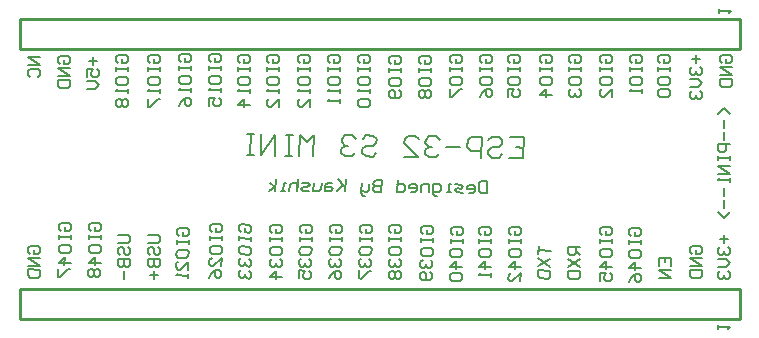
<source format=gbo>
G04*
G04 #@! TF.GenerationSoftware,Altium Limited,Altium Designer,25.2.1 (25)*
G04*
G04 Layer_Color=32896*
%FSLAX25Y25*%
%MOIN*%
G70*
G04*
G04 #@! TF.SameCoordinates,CFDFC737-2A4F-4172-B32B-428E1D980CDD*
G04*
G04*
G04 #@! TF.FilePolarity,Positive*
G04*
G01*
G75*
%ADD11C,0.00600*%
%ADD80C,0.01000*%
D11*
X193312Y60651D02*
X197977Y60603D01*
X197906Y53606D01*
X193241Y53653D01*
X197942Y57105D02*
X195609Y57128D01*
X186303Y59556D02*
X187481Y60710D01*
X189813Y60686D01*
X190968Y59508D01*
X190956Y58342D01*
X189778Y57188D01*
X187446Y57211D01*
X186267Y56057D01*
X186256Y54891D01*
X187410Y53713D01*
X189743Y53689D01*
X190921Y54843D01*
X183911Y53748D02*
X183982Y60746D01*
X180484Y60781D01*
X179306Y59627D01*
X179282Y57294D01*
X180436Y56116D01*
X183935Y56081D01*
X176950Y57318D02*
X172285Y57365D01*
X169976Y59721D02*
X168821Y60899D01*
X166489Y60923D01*
X165311Y59769D01*
X165299Y58602D01*
X166453Y57424D01*
X167620Y57412D01*
X166453Y57424D01*
X165275Y56270D01*
X165263Y55104D01*
X166418Y53926D01*
X168750Y53902D01*
X169928Y55056D01*
X158254Y54009D02*
X162919Y53961D01*
X158302Y58673D01*
X158314Y59840D01*
X159492Y60994D01*
X161824Y60970D01*
X162978Y59792D01*
X144319Y59982D02*
X145497Y61136D01*
X147829Y61112D01*
X148984Y59934D01*
X148972Y58768D01*
X147794Y57614D01*
X145461Y57637D01*
X144283Y56483D01*
X144271Y55317D01*
X145426Y54139D01*
X147758Y54115D01*
X148936Y55269D01*
X141986Y60005D02*
X140832Y61184D01*
X138499Y61207D01*
X137321Y60053D01*
X137310Y58886D01*
X138464Y57708D01*
X139630Y57697D01*
X138464Y57708D01*
X137286Y56554D01*
X137274Y55388D01*
X138428Y54210D01*
X140761Y54186D01*
X141939Y55340D01*
X127932Y54316D02*
X128003Y61314D01*
X125647Y59005D01*
X123338Y61361D01*
X123267Y54364D01*
X121006Y61385D02*
X118674Y61408D01*
X119840Y61396D01*
X119769Y54399D01*
X120935Y54387D01*
X118603Y54411D01*
X115104Y54447D02*
X115175Y61444D01*
X110439Y54494D01*
X110510Y61491D01*
X108177Y61515D02*
X105845Y61539D01*
X107011Y61527D01*
X106940Y54529D01*
X108106Y54518D01*
X105774Y54541D01*
X266857Y68416D02*
X264858Y70415D01*
X262859Y68416D01*
X264858Y66416D02*
Y63751D01*
Y62418D02*
Y59752D01*
X266857Y58419D02*
X262859D01*
Y56420D01*
X263525Y55753D01*
X264858D01*
X265525Y56420D01*
Y58419D01*
X262859Y54420D02*
Y53087D01*
Y53754D01*
X266857D01*
Y54420D01*
Y53087D01*
Y51088D02*
X262859D01*
X266857Y48422D01*
X262859D01*
X266857Y47089D02*
Y45756D01*
Y46423D01*
X262859D01*
X263525Y47089D01*
X264858Y43757D02*
Y41091D01*
Y39758D02*
Y37093D01*
X266857Y35760D02*
X264858Y33760D01*
X262859Y35760D01*
X185971Y46027D02*
X185931Y42028D01*
X183931Y42049D01*
X183272Y42722D01*
X183299Y45388D01*
X183972Y46047D01*
X185971Y46027D01*
X179933Y42089D02*
X181266Y42076D01*
X181939Y42735D01*
X181953Y44068D01*
X181293Y44741D01*
X179960Y44755D01*
X179287Y44095D01*
X179280Y43429D01*
X181946Y43402D01*
X177934Y42110D02*
X175934Y42130D01*
X175275Y42803D01*
X175948Y43463D01*
X177281Y43449D01*
X177954Y44109D01*
X177294Y44782D01*
X175295Y44802D01*
X173935Y42150D02*
X172602Y42164D01*
X173269Y42157D01*
X173296Y44823D01*
X173962Y44816D01*
X169257Y40865D02*
X168590Y40872D01*
X167931Y41545D01*
X167964Y44877D01*
X169964Y44857D01*
X170623Y44183D01*
X170610Y42851D01*
X169937Y42191D01*
X167937Y42211D01*
X166605Y42225D02*
X166632Y44890D01*
X164632Y44911D01*
X163959Y44251D01*
X163939Y42252D01*
X160607Y42285D02*
X161940Y42272D01*
X162613Y42932D01*
X162626Y44265D01*
X161967Y44938D01*
X160634Y44951D01*
X159961Y44291D01*
X159954Y43625D01*
X162620Y43598D01*
X155982Y46331D02*
X155942Y42333D01*
X157941Y42313D01*
X158614Y42972D01*
X158628Y44305D01*
X157968Y44978D01*
X155969Y44998D01*
X150651Y46385D02*
X150611Y42387D01*
X148611Y42407D01*
X147952Y43080D01*
X147958Y43747D01*
X148632Y44407D01*
X150631Y44386D01*
X148632Y44407D01*
X147972Y45080D01*
X147979Y45746D01*
X148652Y46406D01*
X150651Y46385D01*
X146639Y45093D02*
X146619Y43094D01*
X145946Y42434D01*
X143946Y42455D01*
X143940Y41788D01*
X144599Y41115D01*
X145266Y41108D01*
X143946Y42455D02*
X143974Y45120D01*
X138656Y46507D02*
X138615Y42509D01*
X138629Y43842D01*
X135990Y46534D01*
X137969Y44515D01*
X135949Y42536D01*
X133977Y45222D02*
X132644Y45235D01*
X131971Y44576D01*
X131951Y42576D01*
X133950Y42556D01*
X134623Y43216D01*
X133964Y43889D01*
X131964Y43909D01*
X130645Y45256D02*
X130625Y43256D01*
X129952Y42597D01*
X127952Y42617D01*
X127979Y45283D01*
X126620Y42630D02*
X124620Y42651D01*
X123961Y43324D01*
X124634Y43984D01*
X125967Y43970D01*
X126640Y44630D01*
X125980Y45303D01*
X123981Y45323D01*
X122662Y46670D02*
X122621Y42671D01*
X122641Y44670D01*
X121982Y45344D01*
X120649Y45357D01*
X119976Y44697D01*
X119955Y42698D01*
X118623Y42712D02*
X117290Y42725D01*
X117956Y42718D01*
X117983Y45384D01*
X118650Y45377D01*
X115290Y42746D02*
X115331Y46744D01*
X115304Y44078D02*
X113318Y45431D01*
X115304Y44078D02*
X113291Y42766D01*
X243271Y17737D02*
X243298Y20403D01*
X247296Y20362D01*
X247269Y17697D01*
X245297Y20383D02*
X245283Y19050D01*
X247256Y16364D02*
X243257Y16405D01*
X247229Y13698D01*
X243230Y13739D01*
X134035Y28774D02*
X133375Y29447D01*
X133389Y30780D01*
X134062Y31440D01*
X136727Y31413D01*
X137387Y30740D01*
X137374Y29407D01*
X136700Y28747D01*
X135368Y28761D01*
X135381Y30094D01*
X133355Y27448D02*
X133341Y26115D01*
X133348Y26782D01*
X137347Y26741D01*
X137353Y27408D01*
X137340Y26075D01*
X133301Y22117D02*
X133314Y23450D01*
X133987Y24109D01*
X136653Y24082D01*
X137313Y23409D01*
X137299Y22076D01*
X136626Y21417D01*
X133960Y21444D01*
X133301Y22117D01*
X133947Y20111D02*
X133274Y19451D01*
X133260Y18118D01*
X133920Y17445D01*
X134586Y17438D01*
X135259Y18098D01*
X135266Y18765D01*
X135259Y18098D01*
X135919Y17425D01*
X136585Y17418D01*
X137259Y18078D01*
X137272Y19411D01*
X136612Y20084D01*
X133213Y13453D02*
X133893Y14780D01*
X135239Y16099D01*
X136572Y16085D01*
X137232Y15412D01*
X137218Y14079D01*
X136545Y13420D01*
X135879Y13426D01*
X135219Y14100D01*
X135239Y16099D01*
X72895Y27947D02*
X76227Y27913D01*
X76887Y27240D01*
X76874Y25907D01*
X76200Y25247D01*
X72868Y25281D01*
X73494Y21276D02*
X72835Y21949D01*
X72848Y23282D01*
X73521Y23941D01*
X74188Y23935D01*
X74847Y23261D01*
X74834Y21929D01*
X75494Y21256D01*
X76160Y21249D01*
X76833Y21908D01*
X76847Y23241D01*
X76187Y23914D01*
X72814Y19950D02*
X76813Y19909D01*
X76793Y17910D01*
X76119Y17250D01*
X75453Y17257D01*
X74793Y17930D01*
X74813Y19929D01*
X74793Y17930D01*
X74120Y17270D01*
X73454Y17277D01*
X72794Y17951D01*
X72814Y19950D01*
X74773Y15931D02*
X74746Y13265D01*
X73427Y14612D02*
X76092Y14584D01*
X83035Y27774D02*
X82375Y28447D01*
X82389Y29780D01*
X83062Y30440D01*
X85728Y30413D01*
X86387Y29740D01*
X86374Y28407D01*
X85701Y27747D01*
X84368Y27761D01*
X84381Y29094D01*
X82355Y26448D02*
X82341Y25115D01*
X82348Y25782D01*
X86347Y25741D01*
X86353Y26408D01*
X86340Y25075D01*
X82301Y21117D02*
X82314Y22450D01*
X82987Y23109D01*
X85653Y23082D01*
X86313Y22409D01*
X86299Y21076D01*
X85626Y20417D01*
X82960Y20444D01*
X82301Y21117D01*
X86252Y16411D02*
X86279Y19077D01*
X83586Y16438D01*
X82920Y16445D01*
X82260Y17118D01*
X82274Y18451D01*
X82947Y19111D01*
X86238Y15078D02*
X86225Y13746D01*
X86232Y14412D01*
X82233Y14453D01*
X82906Y15112D01*
X94064Y28843D02*
X93404Y29516D01*
X93418Y30849D01*
X94091Y31508D01*
X96757Y31481D01*
X97416Y30808D01*
X97403Y29475D01*
X96729Y28816D01*
X95397Y28829D01*
X95410Y30162D01*
X93384Y27517D02*
X93370Y26184D01*
X93377Y26850D01*
X97376Y26810D01*
X97382Y27476D01*
X97369Y26143D01*
X93330Y22185D02*
X93343Y23518D01*
X94016Y24178D01*
X96682Y24151D01*
X97342Y23478D01*
X97328Y22145D01*
X96655Y21485D01*
X93989Y21512D01*
X93330Y22185D01*
X97281Y17480D02*
X97308Y20145D01*
X94615Y17507D01*
X93949Y17514D01*
X93289Y18187D01*
X93303Y19520D01*
X93976Y20179D01*
X93242Y13522D02*
X93922Y14848D01*
X95268Y16167D01*
X96601Y16154D01*
X97261Y15481D01*
X97247Y14148D01*
X96574Y13488D01*
X95907Y13495D01*
X95248Y14168D01*
X95268Y16167D01*
X103859Y28804D02*
X103200Y29477D01*
X103213Y30810D01*
X103886Y31470D01*
X106552Y31442D01*
X107212Y30769D01*
X107198Y29436D01*
X106525Y28777D01*
X105192Y28790D01*
X105206Y30123D01*
X103179Y27478D02*
X103166Y26145D01*
X103173Y26811D01*
X107171Y26771D01*
X107178Y27437D01*
X107164Y26104D01*
X103125Y22147D02*
X103139Y23479D01*
X103812Y24139D01*
X106478Y24112D01*
X107137Y23439D01*
X107124Y22106D01*
X106451Y21446D01*
X103785Y21473D01*
X103125Y22147D01*
X103771Y20140D02*
X103098Y19481D01*
X103085Y18148D01*
X103744Y17475D01*
X104411Y17468D01*
X105084Y18128D01*
X105091Y18794D01*
X105084Y18128D01*
X105744Y17455D01*
X106410Y17448D01*
X107083Y18107D01*
X107097Y19440D01*
X106437Y20113D01*
X103731Y16142D02*
X103058Y15482D01*
X103044Y14150D01*
X103704Y13476D01*
X104370Y13469D01*
X105043Y14129D01*
X105050Y14796D01*
X105043Y14129D01*
X105703Y13456D01*
X106369Y13449D01*
X107043Y14109D01*
X107056Y15442D01*
X106396Y16115D01*
X62895Y27947D02*
X66228Y27913D01*
X66887Y27240D01*
X66874Y25907D01*
X66201Y25247D01*
X62868Y25281D01*
X63494Y21276D02*
X62835Y21949D01*
X62848Y23282D01*
X63521Y23941D01*
X64188Y23935D01*
X64847Y23261D01*
X64834Y21929D01*
X65494Y21256D01*
X66160Y21249D01*
X66833Y21908D01*
X66847Y23241D01*
X66187Y23914D01*
X62814Y19950D02*
X66813Y19909D01*
X66793Y17910D01*
X66119Y17250D01*
X65453Y17257D01*
X64793Y17930D01*
X64814Y19929D01*
X64793Y17930D01*
X64120Y17270D01*
X63454Y17277D01*
X62794Y17951D01*
X62814Y19950D01*
X64773Y15931D02*
X64746Y13265D01*
X43751Y29263D02*
X43092Y29936D01*
X43105Y31269D01*
X43778Y31929D01*
X46444Y31901D01*
X47104Y31228D01*
X47090Y29895D01*
X46417Y29236D01*
X45084Y29249D01*
X45098Y30582D01*
X43071Y27937D02*
X43058Y26604D01*
X43065Y27270D01*
X47063Y27230D01*
X47070Y27896D01*
X47056Y26563D01*
X43017Y22605D02*
X43031Y23938D01*
X43704Y24598D01*
X46370Y24571D01*
X47029Y23898D01*
X47016Y22565D01*
X46343Y21905D01*
X43677Y21932D01*
X43017Y22605D01*
X46975Y18566D02*
X42977Y18607D01*
X44996Y20586D01*
X44969Y17920D01*
X42957Y16608D02*
X42930Y13942D01*
X43596Y13935D01*
X46289Y16574D01*
X46955Y16567D01*
X33535Y21774D02*
X32875Y22447D01*
X32889Y23780D01*
X33562Y24440D01*
X36228Y24413D01*
X36887Y23740D01*
X36874Y22407D01*
X36200Y21747D01*
X34868Y21761D01*
X34881Y23094D01*
X36853Y20408D02*
X32855Y20448D01*
X36826Y17742D01*
X32828Y17783D01*
X32814Y16450D02*
X36813Y16409D01*
X36792Y14410D01*
X36119Y13750D01*
X33454Y13777D01*
X32794Y14450D01*
X32814Y16450D01*
X53756Y29219D02*
X53096Y29892D01*
X53110Y31225D01*
X53783Y31884D01*
X56449Y31857D01*
X57108Y31184D01*
X57095Y29851D01*
X56422Y29191D01*
X55089Y29205D01*
X55102Y30538D01*
X53076Y27892D02*
X53062Y26560D01*
X53069Y27226D01*
X57068Y27185D01*
X57074Y27852D01*
X57061Y26519D01*
X53022Y22561D02*
X53035Y23894D01*
X53708Y24554D01*
X56374Y24527D01*
X57034Y23853D01*
X57020Y22521D01*
X56347Y21861D01*
X53681Y21888D01*
X53022Y22561D01*
X56980Y18522D02*
X52981Y18563D01*
X55001Y20542D01*
X54974Y17876D01*
X53627Y16557D02*
X52954Y15897D01*
X52941Y14564D01*
X53600Y13891D01*
X54267Y13884D01*
X54940Y14544D01*
X55599Y13871D01*
X56266Y13864D01*
X56939Y14524D01*
X56953Y15856D01*
X56293Y16530D01*
X55627Y16536D01*
X54953Y15877D01*
X54294Y16550D01*
X53627Y16557D01*
X54953Y15877D02*
X54940Y14544D01*
X153887Y28585D02*
X153227Y29258D01*
X153241Y30591D01*
X153914Y31250D01*
X156580Y31223D01*
X157239Y30550D01*
X157226Y29217D01*
X156553Y28558D01*
X155220Y28571D01*
X155234Y29904D01*
X153207Y27259D02*
X153194Y25926D01*
X153200Y26592D01*
X157199Y26551D01*
X157206Y27218D01*
X157192Y25885D01*
X153153Y21927D02*
X153167Y23260D01*
X153840Y23920D01*
X156505Y23893D01*
X157165Y23219D01*
X157152Y21887D01*
X156478Y21227D01*
X153813Y21254D01*
X153153Y21927D01*
X153799Y19921D02*
X153126Y19262D01*
X153112Y17929D01*
X153772Y17255D01*
X154439Y17249D01*
X155112Y17908D01*
X155119Y18575D01*
X155112Y17908D01*
X155771Y17235D01*
X156438Y17228D01*
X157111Y17888D01*
X157124Y19221D01*
X156465Y19894D01*
X153759Y15923D02*
X153085Y15263D01*
X153072Y13930D01*
X153732Y13257D01*
X154398Y13250D01*
X155071Y13910D01*
X155731Y13237D01*
X156397Y13230D01*
X157070Y13890D01*
X157084Y15222D01*
X156424Y15896D01*
X155758Y15902D01*
X155085Y15243D01*
X154425Y15916D01*
X153759Y15923D01*
X155085Y15243D02*
X155071Y13910D01*
X164396Y28275D02*
X163736Y28949D01*
X163750Y30281D01*
X164423Y30941D01*
X167088Y30914D01*
X167748Y30241D01*
X167735Y28908D01*
X167061Y28248D01*
X165728Y28262D01*
X165742Y29595D01*
X163716Y26949D02*
X163702Y25617D01*
X163709Y26283D01*
X167708Y26242D01*
X167714Y26909D01*
X167701Y25576D01*
X163662Y21618D02*
X163675Y22951D01*
X164348Y23611D01*
X167014Y23584D01*
X167674Y22910D01*
X167660Y21577D01*
X166987Y20918D01*
X164321Y20945D01*
X163662Y21618D01*
X164308Y19612D02*
X163635Y18952D01*
X163621Y17620D01*
X164281Y16946D01*
X164947Y16940D01*
X165620Y17599D01*
X165627Y18266D01*
X165620Y17599D01*
X166280Y16926D01*
X166946Y16919D01*
X167620Y17579D01*
X167633Y18912D01*
X166973Y19585D01*
X166933Y15586D02*
X167593Y14913D01*
X167579Y13580D01*
X166906Y12921D01*
X164240Y12948D01*
X163580Y13621D01*
X163594Y14954D01*
X164267Y15613D01*
X164934Y15607D01*
X165593Y14934D01*
X165573Y12934D01*
X174348Y28028D02*
X173688Y28701D01*
X173702Y30034D01*
X174375Y30694D01*
X177041Y30667D01*
X177700Y29994D01*
X177687Y28661D01*
X177014Y28001D01*
X175681Y28015D01*
X175694Y29348D01*
X173668Y26702D02*
X173654Y25369D01*
X173661Y26036D01*
X177660Y25995D01*
X177666Y26662D01*
X177653Y25329D01*
X173614Y21371D02*
X173627Y22704D01*
X174301Y23363D01*
X176966Y23336D01*
X177626Y22663D01*
X177612Y21330D01*
X176939Y20671D01*
X174274Y20698D01*
X173614Y21371D01*
X177572Y17332D02*
X173573Y17372D01*
X175593Y19351D01*
X175566Y16686D01*
X174219Y15366D02*
X173546Y14707D01*
X173533Y13374D01*
X174192Y12701D01*
X176858Y12674D01*
X177531Y13333D01*
X177545Y14666D01*
X176885Y15339D01*
X174219Y15366D01*
X183806Y28028D02*
X183146Y28701D01*
X183159Y30034D01*
X183833Y30694D01*
X186498Y30667D01*
X187158Y29994D01*
X187144Y28661D01*
X186471Y28001D01*
X185138Y28015D01*
X185152Y29348D01*
X183126Y26702D02*
X183112Y25369D01*
X183119Y26036D01*
X187117Y25995D01*
X187124Y26662D01*
X187110Y25329D01*
X183071Y21371D02*
X183085Y22704D01*
X183758Y23363D01*
X186424Y23336D01*
X187083Y22663D01*
X187070Y21330D01*
X186397Y20671D01*
X183731Y20698D01*
X183071Y21371D01*
X187029Y17332D02*
X183031Y17372D01*
X185050Y19351D01*
X185023Y16686D01*
X187009Y15333D02*
X186996Y14000D01*
X187002Y14666D01*
X183004Y14707D01*
X183677Y15366D01*
X144035Y28774D02*
X143375Y29447D01*
X143389Y30780D01*
X144062Y31440D01*
X146728Y31413D01*
X147387Y30740D01*
X147374Y29407D01*
X146701Y28747D01*
X145368Y28761D01*
X145381Y30094D01*
X143355Y27448D02*
X143341Y26115D01*
X143348Y26782D01*
X147347Y26741D01*
X147353Y27408D01*
X147340Y26075D01*
X143301Y22117D02*
X143314Y23450D01*
X143987Y24109D01*
X146653Y24082D01*
X147313Y23409D01*
X147299Y22076D01*
X146626Y21417D01*
X143960Y21444D01*
X143301Y22117D01*
X143947Y20111D02*
X143274Y19451D01*
X143260Y18118D01*
X143920Y17445D01*
X144586Y17438D01*
X145259Y18098D01*
X145266Y18765D01*
X145259Y18098D01*
X145919Y17425D01*
X146586Y17418D01*
X147259Y18078D01*
X147272Y19411D01*
X146613Y20084D01*
X143240Y16119D02*
X143213Y13453D01*
X143879Y13447D01*
X146572Y16085D01*
X147238Y16079D01*
X124035Y28774D02*
X123375Y29447D01*
X123389Y30780D01*
X124062Y31440D01*
X126727Y31413D01*
X127387Y30740D01*
X127374Y29407D01*
X126700Y28747D01*
X125368Y28761D01*
X125381Y30094D01*
X123355Y27448D02*
X123341Y26115D01*
X123348Y26782D01*
X127347Y26741D01*
X127353Y27408D01*
X127340Y26075D01*
X123301Y22117D02*
X123314Y23450D01*
X123987Y24109D01*
X126653Y24082D01*
X127313Y23409D01*
X127299Y22076D01*
X126626Y21417D01*
X123960Y21444D01*
X123301Y22117D01*
X123947Y20111D02*
X123274Y19451D01*
X123260Y18118D01*
X123920Y17445D01*
X124586Y17438D01*
X125259Y18098D01*
X125266Y18765D01*
X125259Y18098D01*
X125919Y17425D01*
X126585Y17418D01*
X127259Y18078D01*
X127272Y19411D01*
X126612Y20084D01*
X123213Y13453D02*
X123240Y16119D01*
X125239Y16099D01*
X124559Y14773D01*
X124552Y14106D01*
X125212Y13433D01*
X126545Y13420D01*
X127218Y14079D01*
X127232Y15412D01*
X126572Y16085D01*
X114263Y28708D02*
X113604Y29381D01*
X113617Y30714D01*
X114291Y31374D01*
X116956Y31347D01*
X117616Y30674D01*
X117602Y29341D01*
X116929Y28681D01*
X115596Y28695D01*
X115610Y30027D01*
X113584Y27382D02*
X113570Y26049D01*
X113577Y26716D01*
X117575Y26675D01*
X117582Y27341D01*
X117569Y26009D01*
X113530Y22051D02*
X113543Y23384D01*
X114216Y24043D01*
X116882Y24016D01*
X117542Y23343D01*
X117528Y22010D01*
X116855Y21351D01*
X114189Y21378D01*
X113530Y22051D01*
X114176Y20045D02*
X113502Y19385D01*
X113489Y18052D01*
X114148Y17379D01*
X114815Y17372D01*
X115488Y18032D01*
X115495Y18698D01*
X115488Y18032D01*
X116148Y17359D01*
X116814Y17352D01*
X117487Y18012D01*
X117501Y19344D01*
X116841Y20018D01*
X117447Y14013D02*
X113448Y14054D01*
X115468Y16033D01*
X115441Y13367D01*
X216894Y23906D02*
X212895Y23947D01*
X212875Y21948D01*
X213535Y21274D01*
X214868Y21261D01*
X215541Y21920D01*
X215561Y23920D01*
X215548Y22587D02*
X216867Y21240D01*
X212855Y19948D02*
X216826Y17242D01*
X212828Y17282D02*
X216853Y19908D01*
X212814Y15950D02*
X216813Y15909D01*
X216792Y13910D01*
X216119Y13250D01*
X213454Y13277D01*
X212794Y13950D01*
X212814Y15950D01*
X193781Y27872D02*
X193122Y28545D01*
X193135Y29878D01*
X193808Y30538D01*
X196474Y30511D01*
X197134Y29838D01*
X197120Y28505D01*
X196447Y27845D01*
X195114Y27858D01*
X195128Y29191D01*
X193101Y26546D02*
X193088Y25213D01*
X193095Y25879D01*
X197093Y25839D01*
X197100Y26505D01*
X197086Y25172D01*
X193047Y21215D02*
X193061Y22547D01*
X193734Y23207D01*
X196400Y23180D01*
X197059Y22507D01*
X197046Y21174D01*
X196372Y20514D01*
X193707Y20541D01*
X193047Y21215D01*
X197005Y17176D02*
X193007Y17216D01*
X195026Y19195D01*
X194999Y16529D01*
X196958Y12511D02*
X196985Y15176D01*
X194292Y12538D01*
X193626Y12544D01*
X192966Y13218D01*
X192980Y14550D01*
X193653Y15210D01*
X202989Y24126D02*
X202962Y21461D01*
X202975Y22794D01*
X206974Y22753D01*
X202948Y20128D02*
X206920Y17422D01*
X202921Y17462D02*
X206947Y20087D01*
X202908Y16129D02*
X206906Y16089D01*
X206886Y14090D01*
X206213Y13430D01*
X203547Y13457D01*
X202887Y14130D01*
X202908Y16129D01*
X224233Y27933D02*
X223573Y28607D01*
X223587Y29939D01*
X224260Y30599D01*
X226926Y30572D01*
X227585Y29899D01*
X227572Y28566D01*
X226899Y27906D01*
X225566Y27920D01*
X225579Y29253D01*
X223553Y26607D02*
X223539Y25275D01*
X223546Y25941D01*
X227545Y25900D01*
X227551Y26567D01*
X227538Y25234D01*
X223499Y21276D02*
X223512Y22609D01*
X224185Y23268D01*
X226851Y23242D01*
X227511Y22568D01*
X227497Y21236D01*
X226824Y20576D01*
X224159Y20603D01*
X223499Y21276D01*
X227457Y17237D02*
X223458Y17278D01*
X225478Y19256D01*
X225451Y16591D01*
X223411Y12613D02*
X223438Y15278D01*
X225437Y15258D01*
X224757Y13932D01*
X224750Y13265D01*
X225410Y12592D01*
X226743Y12579D01*
X227416Y13239D01*
X227430Y14571D01*
X226770Y15245D01*
X264869Y27874D02*
X264842Y25209D01*
X263523Y26555D02*
X266189Y26528D01*
X263496Y23889D02*
X262823Y23230D01*
X262809Y21897D01*
X263469Y21224D01*
X264135Y21217D01*
X264808Y21877D01*
X264815Y22543D01*
X264808Y21877D01*
X265468Y21203D01*
X266134Y21197D01*
X266808Y21856D01*
X266821Y23189D01*
X266161Y23862D01*
X262789Y19897D02*
X265455Y19871D01*
X266774Y18524D01*
X265427Y17205D01*
X262762Y17232D01*
X263415Y15892D02*
X262741Y15233D01*
X262728Y13900D01*
X263388Y13227D01*
X264054Y13220D01*
X264727Y13880D01*
X264734Y14546D01*
X264727Y13880D01*
X265387Y13206D01*
X266053Y13200D01*
X266726Y13859D01*
X266740Y15192D01*
X266080Y15865D01*
X254137Y21540D02*
X253477Y22214D01*
X253491Y23546D01*
X254164Y24206D01*
X256830Y24179D01*
X257489Y23506D01*
X257476Y22173D01*
X256803Y21513D01*
X255470Y21527D01*
X255483Y22860D01*
X257456Y20174D02*
X253457Y20214D01*
X257429Y17508D01*
X253430Y17549D01*
X253416Y16216D02*
X257415Y16175D01*
X257395Y14176D01*
X256721Y13516D01*
X254056Y13543D01*
X253396Y14217D01*
X253416Y16216D01*
X233859Y27605D02*
X233199Y28278D01*
X233213Y29611D01*
X233886Y30271D01*
X236551Y30244D01*
X237211Y29570D01*
X237198Y28238D01*
X236525Y27578D01*
X235192Y27591D01*
X235205Y28924D01*
X233179Y26279D02*
X233165Y24946D01*
X233172Y25613D01*
X237171Y25572D01*
X237177Y26238D01*
X237164Y24905D01*
X233125Y20948D02*
X233138Y22280D01*
X233811Y22940D01*
X236477Y22913D01*
X237137Y22240D01*
X237123Y20907D01*
X236450Y20247D01*
X233784Y20274D01*
X233125Y20948D01*
X237083Y16908D02*
X233084Y16949D01*
X235104Y18928D01*
X235077Y16262D01*
X233037Y12284D02*
X233717Y13610D01*
X235063Y14930D01*
X236396Y14916D01*
X237056Y14243D01*
X237042Y12910D01*
X236369Y12250D01*
X235702Y12257D01*
X235043Y12930D01*
X235063Y14930D01*
X62967Y85241D02*
X62301Y85907D01*
Y87240D01*
X62967Y87907D01*
X65633D01*
X66299Y87240D01*
Y85907D01*
X65633Y85241D01*
X64300D01*
Y86574D01*
X62301Y83908D02*
Y82575D01*
Y83241D01*
X66299D01*
Y83908D01*
Y82575D01*
X62301Y78576D02*
Y79909D01*
X62967Y80576D01*
X65633D01*
X66299Y79909D01*
Y78576D01*
X65633Y77910D01*
X62967D01*
X62301Y78576D01*
X66299Y76577D02*
Y75244D01*
Y75910D01*
X62301D01*
X62967Y76577D01*
Y73245D02*
X62301Y72578D01*
Y71245D01*
X62967Y70579D01*
X63634D01*
X64300Y71245D01*
X64966Y70579D01*
X65633D01*
X66299Y71245D01*
Y72578D01*
X65633Y73245D01*
X64966D01*
X64300Y72578D01*
X63634Y73245D01*
X62967D01*
X64300Y72578D02*
Y71245D01*
X54634Y87276D02*
Y84610D01*
X53301Y85943D02*
X55967D01*
X52634Y80612D02*
Y83277D01*
X54634D01*
X53967Y81945D01*
Y81278D01*
X54634Y80612D01*
X55967D01*
X56633Y81278D01*
Y82611D01*
X55967Y83277D01*
X52634Y79279D02*
X55300D01*
X56633Y77946D01*
X55300Y76613D01*
X52634D01*
X43564Y84820D02*
X42898Y85487D01*
Y86820D01*
X43564Y87486D01*
X46230D01*
X46896Y86820D01*
Y85487D01*
X46230Y84820D01*
X44897D01*
Y86153D01*
X46896Y83488D02*
X42898D01*
X46896Y80822D01*
X42898D01*
Y79489D02*
X46896D01*
Y77490D01*
X46230Y76823D01*
X43564D01*
X42898Y77490D01*
Y79489D01*
X36810Y87276D02*
X32811D01*
X36810Y84610D01*
X32811D01*
X33477Y80612D02*
X32811Y81278D01*
Y82611D01*
X33477Y83277D01*
X36143D01*
X36810Y82611D01*
Y81278D01*
X36143Y80612D01*
X113201Y85395D02*
X112534Y86061D01*
Y87394D01*
X113201Y88060D01*
X115866D01*
X116533Y87394D01*
Y86061D01*
X115866Y85395D01*
X114533D01*
Y86727D01*
X112534Y84062D02*
Y82729D01*
Y83395D01*
X116533D01*
Y84062D01*
Y82729D01*
X112534Y78730D02*
Y80063D01*
X113201Y80729D01*
X115866D01*
X116533Y80063D01*
Y78730D01*
X115866Y78064D01*
X113201D01*
X112534Y78730D01*
X116533Y76731D02*
Y75398D01*
Y76064D01*
X112534D01*
X113201Y76731D01*
X116533Y70733D02*
Y73399D01*
X113867Y70733D01*
X113201D01*
X112534Y71399D01*
Y72732D01*
X113201Y73399D01*
X103630Y85395D02*
X102964Y86061D01*
Y87394D01*
X103630Y88060D01*
X106296D01*
X106963Y87394D01*
Y86061D01*
X106296Y85395D01*
X104963D01*
Y86727D01*
X102964Y84062D02*
Y82729D01*
Y83395D01*
X106963D01*
Y84062D01*
Y82729D01*
X102964Y78730D02*
Y80063D01*
X103630Y80729D01*
X106296D01*
X106963Y80063D01*
Y78730D01*
X106296Y78064D01*
X103630D01*
X102964Y78730D01*
X106963Y76731D02*
Y75398D01*
Y76064D01*
X102964D01*
X103630Y76731D01*
X106963Y71399D02*
X102964D01*
X104963Y73399D01*
Y70733D01*
X93641Y85482D02*
X92975Y86148D01*
Y87481D01*
X93641Y88147D01*
X96307D01*
X96973Y87481D01*
Y86148D01*
X96307Y85482D01*
X94974D01*
Y86815D01*
X92975Y84149D02*
Y82816D01*
Y83482D01*
X96973D01*
Y84149D01*
Y82816D01*
X92975Y78817D02*
Y80150D01*
X93641Y80817D01*
X96307D01*
X96973Y80150D01*
Y78817D01*
X96307Y78151D01*
X93641D01*
X92975Y78817D01*
X96973Y76818D02*
Y75485D01*
Y76151D01*
X92975D01*
X93641Y76818D01*
X92975Y70820D02*
Y73486D01*
X94974D01*
X94308Y72153D01*
Y71486D01*
X94974Y70820D01*
X96307D01*
X96973Y71486D01*
Y72819D01*
X96307Y73486D01*
X83894Y85482D02*
X83228Y86148D01*
Y87481D01*
X83894Y88147D01*
X86560D01*
X87227Y87481D01*
Y86148D01*
X86560Y85482D01*
X85227D01*
Y86815D01*
X83228Y84149D02*
Y82816D01*
Y83482D01*
X87227D01*
Y84149D01*
Y82816D01*
X83228Y78817D02*
Y80150D01*
X83894Y80817D01*
X86560D01*
X87227Y80150D01*
Y78817D01*
X86560Y78151D01*
X83894D01*
X83228Y78817D01*
X87227Y76818D02*
Y75485D01*
Y76151D01*
X83228D01*
X83894Y76818D01*
X83228Y70820D02*
X83894Y72153D01*
X85227Y73486D01*
X86560D01*
X87227Y72819D01*
Y71486D01*
X86560Y70820D01*
X85894D01*
X85227Y71486D01*
Y73486D01*
X73416Y85431D02*
X72750Y86097D01*
Y87430D01*
X73416Y88097D01*
X76082D01*
X76748Y87430D01*
Y86097D01*
X76082Y85431D01*
X74749D01*
Y86764D01*
X72750Y84098D02*
Y82765D01*
Y83432D01*
X76748D01*
Y84098D01*
Y82765D01*
X72750Y78766D02*
Y80099D01*
X73416Y80766D01*
X76082D01*
X76748Y80099D01*
Y78766D01*
X76082Y78100D01*
X73416D01*
X72750Y78766D01*
X76748Y76767D02*
Y75434D01*
Y76100D01*
X72750D01*
X73416Y76767D01*
X72750Y73435D02*
Y70769D01*
X73416D01*
X76082Y73435D01*
X76748D01*
X163749Y85062D02*
X163083Y85729D01*
Y87062D01*
X163749Y87728D01*
X166415D01*
X167082Y87062D01*
Y85729D01*
X166415Y85062D01*
X165082D01*
Y86395D01*
X163083Y83729D02*
Y82397D01*
Y83063D01*
X167082D01*
Y83729D01*
Y82397D01*
X163083Y78398D02*
Y79731D01*
X163749Y80397D01*
X166415D01*
X167082Y79731D01*
Y78398D01*
X166415Y77732D01*
X163749D01*
X163083Y78398D01*
X163749Y76399D02*
X163083Y75732D01*
Y74399D01*
X163749Y73733D01*
X164416D01*
X165082Y74399D01*
X165749Y73733D01*
X166415D01*
X167082Y74399D01*
Y75732D01*
X166415Y76399D01*
X165749D01*
X165082Y75732D01*
X164416Y76399D01*
X163749D01*
X165082Y75732D02*
Y74399D01*
X153641Y84958D02*
X152975Y85625D01*
Y86958D01*
X153641Y87624D01*
X156307D01*
X156973Y86958D01*
Y85625D01*
X156307Y84958D01*
X154974D01*
Y86291D01*
X152975Y83625D02*
Y82292D01*
Y82959D01*
X156973D01*
Y83625D01*
Y82292D01*
X152975Y78294D02*
Y79627D01*
X153641Y80293D01*
X156307D01*
X156973Y79627D01*
Y78294D01*
X156307Y77627D01*
X153641D01*
X152975Y78294D01*
X156307Y76294D02*
X156973Y75628D01*
Y74295D01*
X156307Y73629D01*
X153641D01*
X152975Y74295D01*
Y75628D01*
X153641Y76294D01*
X154308D01*
X154974Y75628D01*
Y73629D01*
X143325Y85167D02*
X142658Y85833D01*
Y87166D01*
X143325Y87832D01*
X145991D01*
X146657Y87166D01*
Y85833D01*
X145991Y85167D01*
X144658D01*
Y86500D01*
X142658Y83834D02*
Y82501D01*
Y83167D01*
X146657D01*
Y83834D01*
Y82501D01*
X142658Y78502D02*
Y79835D01*
X143325Y80502D01*
X145991D01*
X146657Y79835D01*
Y78502D01*
X145991Y77836D01*
X143325D01*
X142658Y78502D01*
X146657Y76503D02*
Y75170D01*
Y75836D01*
X142658D01*
X143325Y76503D01*
Y73171D02*
X142658Y72504D01*
Y71171D01*
X143325Y70505D01*
X145991D01*
X146657Y71171D01*
Y72504D01*
X145991Y73171D01*
X143325D01*
X133373Y85167D02*
X132706Y85833D01*
Y87166D01*
X133373Y87832D01*
X136039D01*
X136705Y87166D01*
Y85833D01*
X136039Y85167D01*
X134706D01*
Y86500D01*
X132706Y83834D02*
Y82501D01*
Y83167D01*
X136705D01*
Y83834D01*
Y82501D01*
X132706Y78502D02*
Y79835D01*
X133373Y80502D01*
X136039D01*
X136705Y79835D01*
Y78502D01*
X136039Y77836D01*
X133373D01*
X132706Y78502D01*
X136705Y76503D02*
Y75170D01*
Y75836D01*
X132706D01*
X133373Y76503D01*
X136705Y73171D02*
Y71838D01*
Y72504D01*
X132706D01*
X133373Y73171D01*
X123317Y85375D02*
X122650Y86041D01*
Y87374D01*
X123317Y88041D01*
X125983D01*
X126649Y87374D01*
Y86041D01*
X125983Y85375D01*
X124650D01*
Y86708D01*
X122650Y84042D02*
Y82709D01*
Y83376D01*
X126649D01*
Y84042D01*
Y82709D01*
X122650Y78711D02*
Y80044D01*
X123317Y80710D01*
X125983D01*
X126649Y80044D01*
Y78711D01*
X125983Y78044D01*
X123317D01*
X122650Y78711D01*
X126649Y76711D02*
Y75378D01*
Y76045D01*
X122650D01*
X123317Y76711D01*
X126649Y70713D02*
Y73379D01*
X123983Y70713D01*
X123317D01*
X122650Y71380D01*
Y72712D01*
X123317Y73379D01*
X213665Y85271D02*
X212999Y85937D01*
Y87270D01*
X213665Y87937D01*
X216331D01*
X216997Y87270D01*
Y85937D01*
X216331Y85271D01*
X214998D01*
Y86604D01*
X212999Y83938D02*
Y82605D01*
Y83272D01*
X216997D01*
Y83938D01*
Y82605D01*
X212999Y78606D02*
Y79939D01*
X213665Y80606D01*
X216331D01*
X216997Y79939D01*
Y78606D01*
X216331Y77940D01*
X213665D01*
X212999Y78606D01*
X213665Y76607D02*
X212999Y75941D01*
Y74608D01*
X213665Y73941D01*
X214332D01*
X214998Y74608D01*
Y75274D01*
Y74608D01*
X215664Y73941D01*
X216331D01*
X216997Y74608D01*
Y75941D01*
X216331Y76607D01*
X204044Y85304D02*
X203377Y85971D01*
Y87304D01*
X204044Y87970D01*
X206710D01*
X207376Y87304D01*
Y85971D01*
X206710Y85304D01*
X205377D01*
Y86637D01*
X203377Y83972D02*
Y82639D01*
Y83305D01*
X207376D01*
Y83972D01*
Y82639D01*
X203377Y78640D02*
Y79973D01*
X204044Y80639D01*
X206710D01*
X207376Y79973D01*
Y78640D01*
X206710Y77973D01*
X204044D01*
X203377Y78640D01*
X207376Y74641D02*
X203377D01*
X205377Y76640D01*
Y73975D01*
X193544Y85304D02*
X192877Y85971D01*
Y87304D01*
X193544Y87970D01*
X196210D01*
X196876Y87304D01*
Y85971D01*
X196210Y85304D01*
X194877D01*
Y86637D01*
X192877Y83972D02*
Y82639D01*
Y83305D01*
X196876D01*
Y83972D01*
Y82639D01*
X192877Y78640D02*
Y79973D01*
X193544Y80639D01*
X196210D01*
X196876Y79973D01*
Y78640D01*
X196210Y77973D01*
X193544D01*
X192877Y78640D01*
Y73975D02*
Y76640D01*
X194877D01*
X194210Y75308D01*
Y74641D01*
X194877Y73975D01*
X196210D01*
X196876Y74641D01*
Y75974D01*
X196210Y76640D01*
X184044Y85304D02*
X183377Y85971D01*
Y87304D01*
X184044Y87970D01*
X186709D01*
X187376Y87304D01*
Y85971D01*
X186709Y85304D01*
X185377D01*
Y86637D01*
X183377Y83972D02*
Y82639D01*
Y83305D01*
X187376D01*
Y83972D01*
Y82639D01*
X183377Y78640D02*
Y79973D01*
X184044Y80639D01*
X186709D01*
X187376Y79973D01*
Y78640D01*
X186709Y77973D01*
X184044D01*
X183377Y78640D01*
Y73975D02*
X184044Y75308D01*
X185377Y76640D01*
X186709D01*
X187376Y75974D01*
Y74641D01*
X186709Y73975D01*
X186043D01*
X185377Y74641D01*
Y76640D01*
X174044Y85304D02*
X173377Y85971D01*
Y87304D01*
X174044Y87970D01*
X176709D01*
X177376Y87304D01*
Y85971D01*
X176709Y85304D01*
X175377D01*
Y86637D01*
X173377Y83972D02*
Y82639D01*
Y83305D01*
X177376D01*
Y83972D01*
Y82639D01*
X173377Y78640D02*
Y79973D01*
X174044Y80639D01*
X176709D01*
X177376Y79973D01*
Y78640D01*
X176709Y77973D01*
X174044D01*
X173377Y78640D01*
Y76640D02*
Y73975D01*
X174044D01*
X176709Y76640D01*
X177376D01*
X224044Y85304D02*
X223377Y85971D01*
Y87304D01*
X224044Y87970D01*
X226710D01*
X227376Y87304D01*
Y85971D01*
X226710Y85304D01*
X225377D01*
Y86637D01*
X223377Y83972D02*
Y82639D01*
Y83305D01*
X227376D01*
Y83972D01*
Y82639D01*
X223377Y78640D02*
Y79973D01*
X224044Y80639D01*
X226710D01*
X227376Y79973D01*
Y78640D01*
X226710Y77973D01*
X224044D01*
X223377Y78640D01*
X227376Y73975D02*
Y76640D01*
X224710Y73975D01*
X224044D01*
X223377Y74641D01*
Y75974D01*
X224044Y76640D01*
X234044Y85304D02*
X233377Y85971D01*
Y87304D01*
X234044Y87970D01*
X236709D01*
X237376Y87304D01*
Y85971D01*
X236709Y85304D01*
X235377D01*
Y86637D01*
X233377Y83972D02*
Y82639D01*
Y83305D01*
X237376D01*
Y83972D01*
Y82639D01*
X233377Y78640D02*
Y79973D01*
X234044Y80639D01*
X236709D01*
X237376Y79973D01*
Y78640D01*
X236709Y77973D01*
X234044D01*
X233377Y78640D01*
X237376Y76640D02*
Y75308D01*
Y75974D01*
X233377D01*
X234044Y76640D01*
X243608Y85395D02*
X242942Y86062D01*
Y87395D01*
X243608Y88061D01*
X246274D01*
X246941Y87395D01*
Y86062D01*
X246274Y85395D01*
X244941D01*
Y86728D01*
X242942Y84062D02*
Y82730D01*
Y83396D01*
X246941D01*
Y84062D01*
Y82730D01*
X242942Y78731D02*
Y80064D01*
X243608Y80730D01*
X246274D01*
X246941Y80064D01*
Y78731D01*
X246274Y78064D01*
X243608D01*
X242942Y78731D01*
X243608Y76731D02*
X242942Y76065D01*
Y74732D01*
X243608Y74066D01*
X246274D01*
X246941Y74732D01*
Y76065D01*
X246274Y76731D01*
X243608D01*
X255377Y87970D02*
Y85304D01*
X254044Y86637D02*
X256710D01*
X254044Y83972D02*
X253377Y83305D01*
Y81972D01*
X254044Y81306D01*
X254710D01*
X255377Y81972D01*
Y82639D01*
Y81972D01*
X256043Y81306D01*
X256710D01*
X257376Y81972D01*
Y83305D01*
X256710Y83972D01*
X253377Y79973D02*
X256043D01*
X257376Y78640D01*
X256043Y77307D01*
X253377D01*
X254044Y75974D02*
X253377Y75308D01*
Y73975D01*
X254044Y73308D01*
X254710D01*
X255377Y73975D01*
Y74641D01*
Y73975D01*
X256043Y73308D01*
X256710D01*
X257376Y73975D01*
Y75308D01*
X256710Y75974D01*
X264044Y85304D02*
X263377Y85971D01*
Y87304D01*
X264044Y87970D01*
X266709D01*
X267376Y87304D01*
Y85971D01*
X266709Y85304D01*
X265377D01*
Y86637D01*
X267376Y83972D02*
X263377D01*
X267376Y81306D01*
X263377D01*
Y79973D02*
X267376D01*
Y77973D01*
X266709Y77307D01*
X264044D01*
X263377Y77973D01*
Y79973D01*
X263129Y101901D02*
Y103234D01*
Y102567D01*
X267127D01*
X266461Y101901D01*
X262700Y-3400D02*
Y-2067D01*
Y-2733D01*
X266699D01*
X266032Y-3400D01*
D80*
X270000Y90000D02*
Y100000D01*
X30000D02*
X270000D01*
X30000Y90000D02*
Y100000D01*
Y90000D02*
X270000D01*
Y0D02*
Y10000D01*
X30000D02*
X270000D01*
X30000Y0D02*
Y10000D01*
Y0D02*
X270000D01*
M02*

</source>
